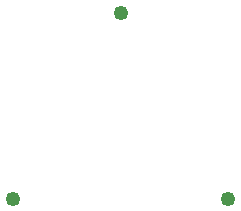
<source format=gts>
G04 #@! TF.GenerationSoftware,KiCad,Pcbnew,(5.1.7)-1*
G04 #@! TF.CreationDate,2022-06-07T01:09:24+02:00*
G04 #@! TF.ProjectId,Kondensator-Adapter-21mm-Spacer,4b6f6e64-656e-4736-9174-6f722d416461,rev?*
G04 #@! TF.SameCoordinates,Original*
G04 #@! TF.FileFunction,Soldermask,Top*
G04 #@! TF.FilePolarity,Negative*
%FSLAX46Y46*%
G04 Gerber Fmt 4.6, Leading zero omitted, Abs format (unit mm)*
G04 Created by KiCad (PCBNEW (5.1.7)-1) date 2022-06-07 01:09:24*
%MOMM*%
%LPD*%
G01*
G04 APERTURE LIST*
%ADD10C,1.250000*%
G04 APERTURE END LIST*
D10*
X182357793Y-44180524D03*
X173264526Y-28430525D03*
X164171259Y-44180524D03*
M02*

</source>
